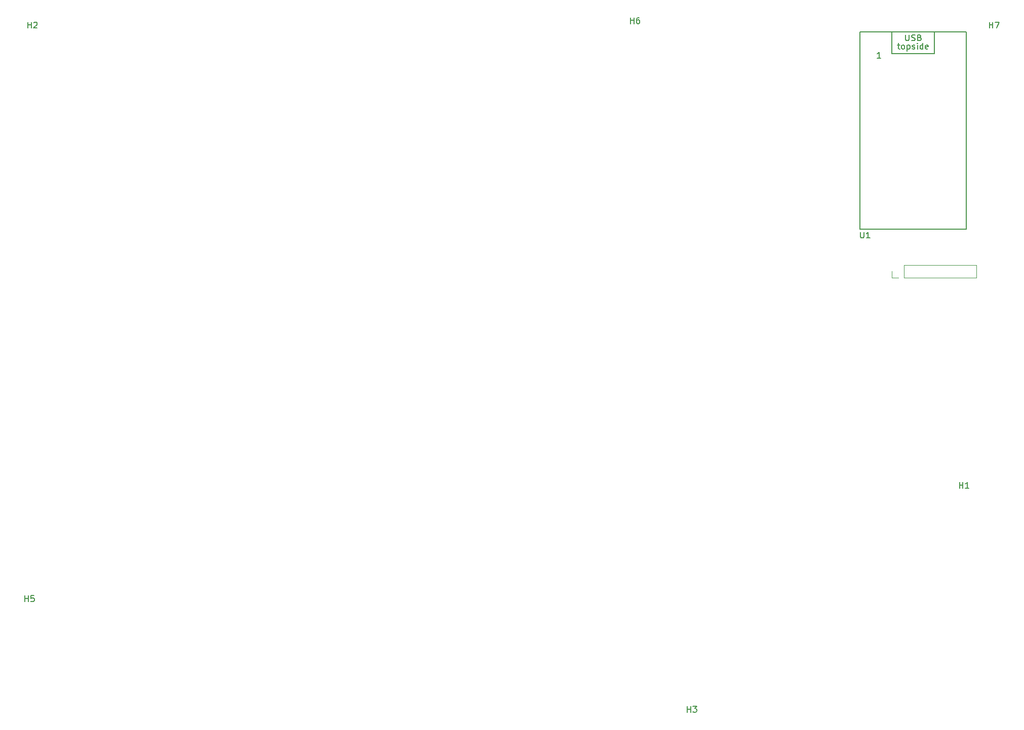
<source format=gto>
%TF.GenerationSoftware,KiCad,Pcbnew,8.0.2-1*%
%TF.CreationDate,2024-06-04T23:34:33+02:00*%
%TF.ProjectId,keyboard,6b657962-6f61-4726-942e-6b696361645f,rev?*%
%TF.SameCoordinates,Original*%
%TF.FileFunction,Legend,Top*%
%TF.FilePolarity,Positive*%
%FSLAX46Y46*%
G04 Gerber Fmt 4.6, Leading zero omitted, Abs format (unit mm)*
G04 Created by KiCad (PCBNEW 8.0.2-1) date 2024-06-04 23:34:33*
%MOMM*%
%LPD*%
G01*
G04 APERTURE LIST*
%ADD10C,0.150000*%
%ADD11C,0.120000*%
G04 APERTURE END LIST*
D10*
X197488095Y-105054819D02*
X197488095Y-104054819D01*
X197488095Y-104531009D02*
X198059523Y-104531009D01*
X198059523Y-105054819D02*
X198059523Y-104054819D01*
X199059523Y-105054819D02*
X198488095Y-105054819D01*
X198773809Y-105054819D02*
X198773809Y-104054819D01*
X198773809Y-104054819D02*
X198678571Y-104197676D01*
X198678571Y-104197676D02*
X198583333Y-104292914D01*
X198583333Y-104292914D02*
X198488095Y-104340533D01*
X41738095Y-28054819D02*
X41738095Y-27054819D01*
X41738095Y-27531009D02*
X42309523Y-27531009D01*
X42309523Y-28054819D02*
X42309523Y-27054819D01*
X42738095Y-27150057D02*
X42785714Y-27102438D01*
X42785714Y-27102438D02*
X42880952Y-27054819D01*
X42880952Y-27054819D02*
X43119047Y-27054819D01*
X43119047Y-27054819D02*
X43214285Y-27102438D01*
X43214285Y-27102438D02*
X43261904Y-27150057D01*
X43261904Y-27150057D02*
X43309523Y-27245295D01*
X43309523Y-27245295D02*
X43309523Y-27340533D01*
X43309523Y-27340533D02*
X43261904Y-27483390D01*
X43261904Y-27483390D02*
X42690476Y-28054819D01*
X42690476Y-28054819D02*
X43309523Y-28054819D01*
X151988095Y-142554819D02*
X151988095Y-141554819D01*
X151988095Y-142031009D02*
X152559523Y-142031009D01*
X152559523Y-142554819D02*
X152559523Y-141554819D01*
X152940476Y-141554819D02*
X153559523Y-141554819D01*
X153559523Y-141554819D02*
X153226190Y-141935771D01*
X153226190Y-141935771D02*
X153369047Y-141935771D01*
X153369047Y-141935771D02*
X153464285Y-141983390D01*
X153464285Y-141983390D02*
X153511904Y-142031009D01*
X153511904Y-142031009D02*
X153559523Y-142126247D01*
X153559523Y-142126247D02*
X153559523Y-142364342D01*
X153559523Y-142364342D02*
X153511904Y-142459580D01*
X153511904Y-142459580D02*
X153464285Y-142507200D01*
X153464285Y-142507200D02*
X153369047Y-142554819D01*
X153369047Y-142554819D02*
X153083333Y-142554819D01*
X153083333Y-142554819D02*
X152988095Y-142507200D01*
X152988095Y-142507200D02*
X152940476Y-142459580D01*
X142488095Y-27304819D02*
X142488095Y-26304819D01*
X142488095Y-26781009D02*
X143059523Y-26781009D01*
X143059523Y-27304819D02*
X143059523Y-26304819D01*
X143964285Y-26304819D02*
X143773809Y-26304819D01*
X143773809Y-26304819D02*
X143678571Y-26352438D01*
X143678571Y-26352438D02*
X143630952Y-26400057D01*
X143630952Y-26400057D02*
X143535714Y-26542914D01*
X143535714Y-26542914D02*
X143488095Y-26733390D01*
X143488095Y-26733390D02*
X143488095Y-27114342D01*
X143488095Y-27114342D02*
X143535714Y-27209580D01*
X143535714Y-27209580D02*
X143583333Y-27257200D01*
X143583333Y-27257200D02*
X143678571Y-27304819D01*
X143678571Y-27304819D02*
X143869047Y-27304819D01*
X143869047Y-27304819D02*
X143964285Y-27257200D01*
X143964285Y-27257200D02*
X144011904Y-27209580D01*
X144011904Y-27209580D02*
X144059523Y-27114342D01*
X144059523Y-27114342D02*
X144059523Y-26876247D01*
X144059523Y-26876247D02*
X144011904Y-26781009D01*
X144011904Y-26781009D02*
X143964285Y-26733390D01*
X143964285Y-26733390D02*
X143869047Y-26685771D01*
X143869047Y-26685771D02*
X143678571Y-26685771D01*
X143678571Y-26685771D02*
X143583333Y-26733390D01*
X143583333Y-26733390D02*
X143535714Y-26781009D01*
X143535714Y-26781009D02*
X143488095Y-26876247D01*
X180946779Y-62194819D02*
X180946779Y-63004342D01*
X180946779Y-63004342D02*
X180994398Y-63099580D01*
X180994398Y-63099580D02*
X181042017Y-63147200D01*
X181042017Y-63147200D02*
X181137255Y-63194819D01*
X181137255Y-63194819D02*
X181327731Y-63194819D01*
X181327731Y-63194819D02*
X181422969Y-63147200D01*
X181422969Y-63147200D02*
X181470588Y-63099580D01*
X181470588Y-63099580D02*
X181518207Y-63004342D01*
X181518207Y-63004342D02*
X181518207Y-62194819D01*
X182518207Y-63194819D02*
X181946779Y-63194819D01*
X182232493Y-63194819D02*
X182232493Y-62194819D01*
X182232493Y-62194819D02*
X182137255Y-62337676D01*
X182137255Y-62337676D02*
X182042017Y-62432914D01*
X182042017Y-62432914D02*
X181946779Y-62480533D01*
X187130952Y-30903152D02*
X187511904Y-30903152D01*
X187273809Y-30569819D02*
X187273809Y-31426961D01*
X187273809Y-31426961D02*
X187321428Y-31522200D01*
X187321428Y-31522200D02*
X187416666Y-31569819D01*
X187416666Y-31569819D02*
X187511904Y-31569819D01*
X187988095Y-31569819D02*
X187892857Y-31522200D01*
X187892857Y-31522200D02*
X187845238Y-31474580D01*
X187845238Y-31474580D02*
X187797619Y-31379342D01*
X187797619Y-31379342D02*
X187797619Y-31093628D01*
X187797619Y-31093628D02*
X187845238Y-30998390D01*
X187845238Y-30998390D02*
X187892857Y-30950771D01*
X187892857Y-30950771D02*
X187988095Y-30903152D01*
X187988095Y-30903152D02*
X188130952Y-30903152D01*
X188130952Y-30903152D02*
X188226190Y-30950771D01*
X188226190Y-30950771D02*
X188273809Y-30998390D01*
X188273809Y-30998390D02*
X188321428Y-31093628D01*
X188321428Y-31093628D02*
X188321428Y-31379342D01*
X188321428Y-31379342D02*
X188273809Y-31474580D01*
X188273809Y-31474580D02*
X188226190Y-31522200D01*
X188226190Y-31522200D02*
X188130952Y-31569819D01*
X188130952Y-31569819D02*
X187988095Y-31569819D01*
X188750000Y-30903152D02*
X188750000Y-31903152D01*
X188750000Y-30950771D02*
X188845238Y-30903152D01*
X188845238Y-30903152D02*
X189035714Y-30903152D01*
X189035714Y-30903152D02*
X189130952Y-30950771D01*
X189130952Y-30950771D02*
X189178571Y-30998390D01*
X189178571Y-30998390D02*
X189226190Y-31093628D01*
X189226190Y-31093628D02*
X189226190Y-31379342D01*
X189226190Y-31379342D02*
X189178571Y-31474580D01*
X189178571Y-31474580D02*
X189130952Y-31522200D01*
X189130952Y-31522200D02*
X189035714Y-31569819D01*
X189035714Y-31569819D02*
X188845238Y-31569819D01*
X188845238Y-31569819D02*
X188750000Y-31522200D01*
X189607143Y-31522200D02*
X189702381Y-31569819D01*
X189702381Y-31569819D02*
X189892857Y-31569819D01*
X189892857Y-31569819D02*
X189988095Y-31522200D01*
X189988095Y-31522200D02*
X190035714Y-31426961D01*
X190035714Y-31426961D02*
X190035714Y-31379342D01*
X190035714Y-31379342D02*
X189988095Y-31284104D01*
X189988095Y-31284104D02*
X189892857Y-31236485D01*
X189892857Y-31236485D02*
X189750000Y-31236485D01*
X189750000Y-31236485D02*
X189654762Y-31188866D01*
X189654762Y-31188866D02*
X189607143Y-31093628D01*
X189607143Y-31093628D02*
X189607143Y-31046009D01*
X189607143Y-31046009D02*
X189654762Y-30950771D01*
X189654762Y-30950771D02*
X189750000Y-30903152D01*
X189750000Y-30903152D02*
X189892857Y-30903152D01*
X189892857Y-30903152D02*
X189988095Y-30950771D01*
X190464286Y-31569819D02*
X190464286Y-30903152D01*
X190464286Y-30569819D02*
X190416667Y-30617438D01*
X190416667Y-30617438D02*
X190464286Y-30665057D01*
X190464286Y-30665057D02*
X190511905Y-30617438D01*
X190511905Y-30617438D02*
X190464286Y-30569819D01*
X190464286Y-30569819D02*
X190464286Y-30665057D01*
X191369047Y-31569819D02*
X191369047Y-30569819D01*
X191369047Y-31522200D02*
X191273809Y-31569819D01*
X191273809Y-31569819D02*
X191083333Y-31569819D01*
X191083333Y-31569819D02*
X190988095Y-31522200D01*
X190988095Y-31522200D02*
X190940476Y-31474580D01*
X190940476Y-31474580D02*
X190892857Y-31379342D01*
X190892857Y-31379342D02*
X190892857Y-31093628D01*
X190892857Y-31093628D02*
X190940476Y-30998390D01*
X190940476Y-30998390D02*
X190988095Y-30950771D01*
X190988095Y-30950771D02*
X191083333Y-30903152D01*
X191083333Y-30903152D02*
X191273809Y-30903152D01*
X191273809Y-30903152D02*
X191369047Y-30950771D01*
X192226190Y-31522200D02*
X192130952Y-31569819D01*
X192130952Y-31569819D02*
X191940476Y-31569819D01*
X191940476Y-31569819D02*
X191845238Y-31522200D01*
X191845238Y-31522200D02*
X191797619Y-31426961D01*
X191797619Y-31426961D02*
X191797619Y-31046009D01*
X191797619Y-31046009D02*
X191845238Y-30950771D01*
X191845238Y-30950771D02*
X191940476Y-30903152D01*
X191940476Y-30903152D02*
X192130952Y-30903152D01*
X192130952Y-30903152D02*
X192226190Y-30950771D01*
X192226190Y-30950771D02*
X192273809Y-31046009D01*
X192273809Y-31046009D02*
X192273809Y-31141247D01*
X192273809Y-31141247D02*
X191797619Y-31236485D01*
X188488095Y-29169819D02*
X188488095Y-29979342D01*
X188488095Y-29979342D02*
X188535714Y-30074580D01*
X188535714Y-30074580D02*
X188583333Y-30122200D01*
X188583333Y-30122200D02*
X188678571Y-30169819D01*
X188678571Y-30169819D02*
X188869047Y-30169819D01*
X188869047Y-30169819D02*
X188964285Y-30122200D01*
X188964285Y-30122200D02*
X189011904Y-30074580D01*
X189011904Y-30074580D02*
X189059523Y-29979342D01*
X189059523Y-29979342D02*
X189059523Y-29169819D01*
X189488095Y-30122200D02*
X189630952Y-30169819D01*
X189630952Y-30169819D02*
X189869047Y-30169819D01*
X189869047Y-30169819D02*
X189964285Y-30122200D01*
X189964285Y-30122200D02*
X190011904Y-30074580D01*
X190011904Y-30074580D02*
X190059523Y-29979342D01*
X190059523Y-29979342D02*
X190059523Y-29884104D01*
X190059523Y-29884104D02*
X190011904Y-29788866D01*
X190011904Y-29788866D02*
X189964285Y-29741247D01*
X189964285Y-29741247D02*
X189869047Y-29693628D01*
X189869047Y-29693628D02*
X189678571Y-29646009D01*
X189678571Y-29646009D02*
X189583333Y-29598390D01*
X189583333Y-29598390D02*
X189535714Y-29550771D01*
X189535714Y-29550771D02*
X189488095Y-29455533D01*
X189488095Y-29455533D02*
X189488095Y-29360295D01*
X189488095Y-29360295D02*
X189535714Y-29265057D01*
X189535714Y-29265057D02*
X189583333Y-29217438D01*
X189583333Y-29217438D02*
X189678571Y-29169819D01*
X189678571Y-29169819D02*
X189916666Y-29169819D01*
X189916666Y-29169819D02*
X190059523Y-29217438D01*
X190821428Y-29646009D02*
X190964285Y-29693628D01*
X190964285Y-29693628D02*
X191011904Y-29741247D01*
X191011904Y-29741247D02*
X191059523Y-29836485D01*
X191059523Y-29836485D02*
X191059523Y-29979342D01*
X191059523Y-29979342D02*
X191011904Y-30074580D01*
X191011904Y-30074580D02*
X190964285Y-30122200D01*
X190964285Y-30122200D02*
X190869047Y-30169819D01*
X190869047Y-30169819D02*
X190488095Y-30169819D01*
X190488095Y-30169819D02*
X190488095Y-29169819D01*
X190488095Y-29169819D02*
X190821428Y-29169819D01*
X190821428Y-29169819D02*
X190916666Y-29217438D01*
X190916666Y-29217438D02*
X190964285Y-29265057D01*
X190964285Y-29265057D02*
X191011904Y-29360295D01*
X191011904Y-29360295D02*
X191011904Y-29455533D01*
X191011904Y-29455533D02*
X190964285Y-29550771D01*
X190964285Y-29550771D02*
X190916666Y-29598390D01*
X190916666Y-29598390D02*
X190821428Y-29646009D01*
X190821428Y-29646009D02*
X190488095Y-29646009D01*
X184320714Y-33087319D02*
X183749286Y-33087319D01*
X184035000Y-33087319D02*
X184035000Y-32087319D01*
X184035000Y-32087319D02*
X183939762Y-32230176D01*
X183939762Y-32230176D02*
X183844524Y-32325414D01*
X183844524Y-32325414D02*
X183749286Y-32373033D01*
X202488095Y-28054819D02*
X202488095Y-27054819D01*
X202488095Y-27531009D02*
X203059523Y-27531009D01*
X203059523Y-28054819D02*
X203059523Y-27054819D01*
X203440476Y-27054819D02*
X204107142Y-27054819D01*
X204107142Y-27054819D02*
X203678571Y-28054819D01*
X41238095Y-124054819D02*
X41238095Y-123054819D01*
X41238095Y-123531009D02*
X41809523Y-123531009D01*
X41809523Y-124054819D02*
X41809523Y-123054819D01*
X42761904Y-123054819D02*
X42285714Y-123054819D01*
X42285714Y-123054819D02*
X42238095Y-123531009D01*
X42238095Y-123531009D02*
X42285714Y-123483390D01*
X42285714Y-123483390D02*
X42380952Y-123435771D01*
X42380952Y-123435771D02*
X42619047Y-123435771D01*
X42619047Y-123435771D02*
X42714285Y-123483390D01*
X42714285Y-123483390D02*
X42761904Y-123531009D01*
X42761904Y-123531009D02*
X42809523Y-123626247D01*
X42809523Y-123626247D02*
X42809523Y-123864342D01*
X42809523Y-123864342D02*
X42761904Y-123959580D01*
X42761904Y-123959580D02*
X42714285Y-124007200D01*
X42714285Y-124007200D02*
X42619047Y-124054819D01*
X42619047Y-124054819D02*
X42380952Y-124054819D01*
X42380952Y-124054819D02*
X42285714Y-124007200D01*
X42285714Y-124007200D02*
X42238095Y-123959580D01*
%TO.C,U1*%
X186200000Y-32300000D02*
X186200000Y-28720000D01*
X193300000Y-32300000D02*
X186200000Y-32300000D01*
X193300000Y-32300000D02*
X193300000Y-28720000D01*
X180860000Y-28720000D02*
X198640000Y-28720000D01*
X198640000Y-61740000D01*
X180860000Y-61740000D01*
X180860000Y-28720000D01*
D11*
%TO.C,Display*%
X186190000Y-69810000D02*
X186190000Y-68750000D01*
X187250000Y-69810000D02*
X186190000Y-69810000D01*
X188250000Y-67690000D02*
X200310000Y-67690000D01*
X188250000Y-69810000D02*
X188250000Y-67690000D01*
X188250000Y-69810000D02*
X200310000Y-69810000D01*
X200310000Y-69810000D02*
X200310000Y-67690000D01*
%TD*%
M02*

</source>
